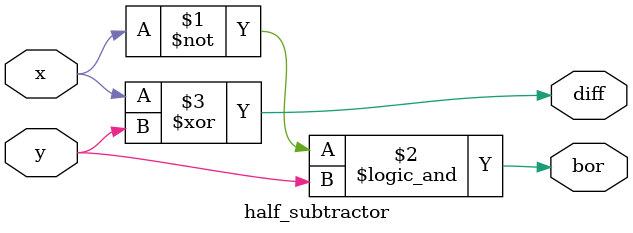
<source format=v>
module half_subtractor(bor, diff, x, y);
  input x, y;
  output reg bor, diff;

  assign bor = ~x && y;
  assign diff = x ^ y;
endmodule
</source>
